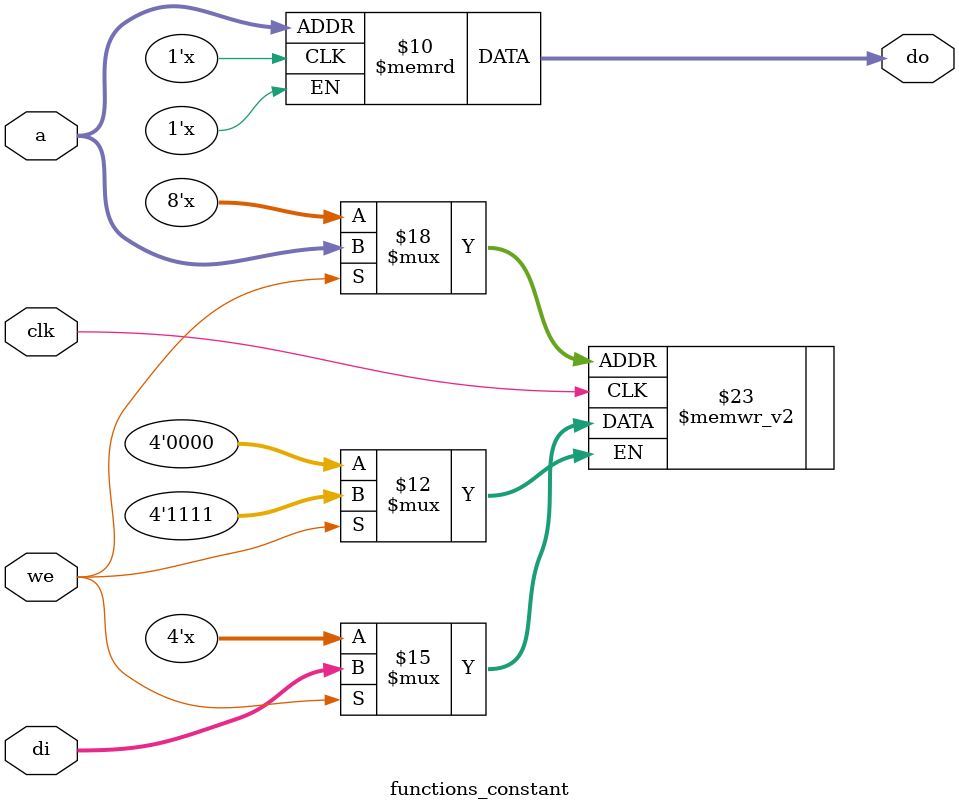
<source format=v>
module functions_constant (clk, we, a, di, do);
    parameter ADDRWIDTH = 8;
    parameter DATAWIDTH = 4;
    input clk;
    input we;
    input  [ADDRWIDTH-1:0] a;
    input  [DATAWIDTH-1:0] di;
    output [DATAWIDTH-1:0] do;

    function integer getSize;
        input addrwidth;
        begin
            getSize = 2**addrwidth;
        end
    endfunction

    reg [DATAWIDTH-1:0] ram [getSize(ADDRWIDTH)-1:0];

    always @(posedge clk) begin
        if (we)
            ram[a] <= di;
    end
    assign do = ram[a];

endmodule

</source>
